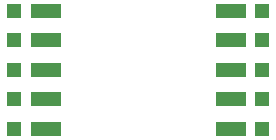
<source format=gbr>
%TF.GenerationSoftware,KiCad,Pcbnew,5.99.0-unknown-046fb58183~131~ubuntu20.04.1*%
%TF.CreationDate,2021-07-12T17:52:22-05:00*%
%TF.ProjectId,WurthTransformerFix,57757274-6854-4726-916e-73666f726d65,rev?*%
%TF.SameCoordinates,Original*%
%TF.FileFunction,Soldermask,Top*%
%TF.FilePolarity,Negative*%
%FSLAX46Y46*%
G04 Gerber Fmt 4.6, Leading zero omitted, Abs format (unit mm)*
G04 Created by KiCad (PCBNEW 5.99.0-unknown-046fb58183~131~ubuntu20.04.1) date 2021-07-12 17:52:22*
%MOMM*%
%LPD*%
G01*
G04 APERTURE LIST*
%ADD10R,1.300000X1.300000*%
%ADD11R,2.540000X1.270000*%
G04 APERTURE END LIST*
D10*
%TO.C,TR1*%
X-10500000Y5000000D03*
X-10500000Y2500000D03*
X-10500000Y0D03*
X-10500000Y-2500000D03*
X-10500000Y-5000000D03*
X10500000Y-5000000D03*
X10500000Y-2500000D03*
X10500000Y0D03*
X10500000Y2500000D03*
X10500000Y5000000D03*
%TD*%
D11*
%TO.C,TR2*%
X-7810000Y-5000000D03*
X-7810000Y-2500000D03*
X-7810000Y0D03*
X-7810000Y2500000D03*
X-7810000Y5000000D03*
X7810000Y5000000D03*
X7810000Y2500000D03*
X7810000Y0D03*
X7810000Y-2500000D03*
X7810000Y-5000000D03*
%TD*%
M02*

</source>
